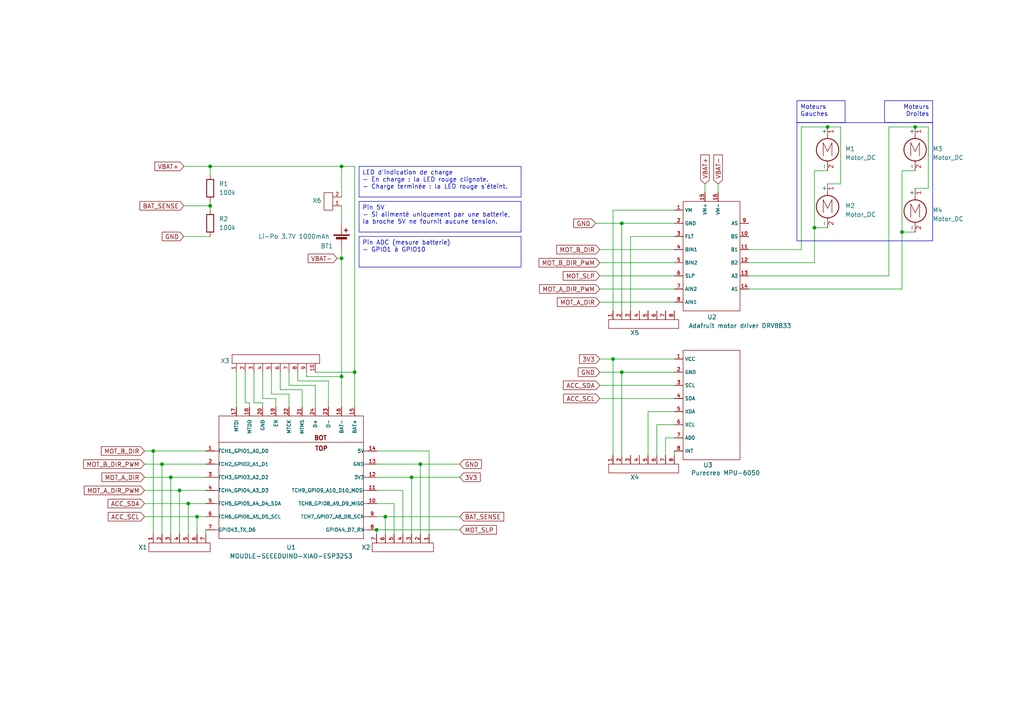
<source format=kicad_sch>
(kicad_sch (version 20250114) (generator "eeschema") (generator_version "9.0")
  (paper "A4")
  (lib_symbols
    (symbol "Device:Battery_Cell" (pin_numbers (hide yes)) (pin_names (offset 0) (hide yes))
      (property "Reference" "BT" (at 2.54 2.54 0))
      (property "Value" "Battery_Cell" (at 2.54 0 0))
      (symbol "Battery_Cell_0_1"
        (rectangle (start -2.286 1.778) (end 2.286 1.524) (fill (type outline)))
        (rectangle (start -1.524 1.016) (end 1.524 0.508) (fill (type outline)))
        (polyline (pts (xy 0 1.778) (xy 0 2.54)))
        (polyline (pts (xy 0 0.762) (xy 0 0)))
        (polyline (pts (xy 0.762 3.048) (xy 1.778 3.048)) (stroke (width 0.254)))
        (polyline (pts (xy 1.27 3.556) (xy 1.27 2.54)) (stroke (width 0.254)))
      )
      (symbol "Battery_Cell_1_1"
        (pin passive line (at 0 5.08 270) (length 2.54) (name "+") (number "1"))
        (pin passive line (at 0 -2.54 90) (length 2.54) (name "-") (number "2"))
      )
    )
    (symbol "Device:R" (pin_numbers (hide yes)) (pin_names (offset 0))
      (property "Reference" "R" (at 2.032 0 90))
      (property "Value" "R" (at 0 0 90))
      (symbol "R_0_1"
        (rectangle (start -1.016 -2.54) (end 1.016 2.54) (stroke (width 0.254)))
      )
      (symbol "R_1_1"
        (pin passive line (at 0 3.81 270) (length 1.27) (name "~") (number "1"))
        (pin passive line (at 0 -3.81 90) (length 1.27) (name "~") (number "2"))
      )
    )
    (symbol "MOUDLE-SEEEDUINO-XIAO-ESP32S3:MOUDLE-SEEEDUINO-XIAO-ESP32S3" (pin_names (offset 1.016))
      (property "Reference" "U" (at -21.082 -15.748 0))
      (property "Value" "MOUDLE-SEEEDUINO-XIAO-ESP32S3" (at -20.828 -18.288 0))
      (symbol "MOUDLE-SEEEDUINO-XIAO-ESP32S3_0_0"
        (polyline (pts (xy -21.59 21.59) (xy 20.32 21.59)) (stroke (width 0.1524)))
        (polyline (pts (xy -21.59 13.97) (xy 20.32 13.97)) (stroke (width 0.1524)))
        (polyline (pts (xy -21.59 11.43) (xy -22.86 11.43)) (stroke (width 0.1524)))
        (polyline (pts (xy -21.59 11.43) (xy -21.59 21.59)) (stroke (width 0.1524)))
        (polyline (pts (xy -21.59 7.62) (xy -22.86 7.62)) (stroke (width 0.1524)))
        (polyline (pts (xy -21.59 7.62) (xy -21.59 11.43)) (stroke (width 0.1524)))
        (polyline (pts (xy -21.59 3.81) (xy -22.86 3.81)) (stroke (width 0.1524)))
        (polyline (pts (xy -21.59 3.81) (xy -21.59 7.62)) (stroke (width 0.1524)))
        (polyline (pts (xy -21.59 0) (xy -22.86 0)) (stroke (width 0.1524)))
        (polyline (pts (xy -21.59 0) (xy -21.59 3.81)) (stroke (width 0.1524)))
        (polyline (pts (xy -21.59 -3.81) (xy -22.86 -3.81)) (stroke (width 0.1524)))
        (polyline (pts (xy -21.59 -7.62) (xy -22.86 -7.62)) (stroke (width 0.1524)))
        (polyline (pts (xy -21.59 -11.43) (xy -22.86 -11.43)) (stroke (width 0.1524)))
        (polyline (pts (xy -21.59 -13.97) (xy -21.59 0)) (stroke (width 0.1524)))
        (polyline (pts (xy 20.32 21.59) (xy 20.32 11.43)) (stroke (width 0.1524)))
        (polyline (pts (xy 20.32 11.43) (xy 20.32 7.62)) (stroke (width 0.1524)))
        (polyline (pts (xy 20.32 7.62) (xy 20.32 3.81)) (stroke (width 0.1524)))
        (polyline (pts (xy 20.32 3.81) (xy 20.32 -13.97)) (stroke (width 0.1524)))
        (polyline (pts (xy 20.32 -13.97) (xy -21.59 -13.97)) (stroke (width 0.1524)))
        (polyline (pts (xy 21.59 11.43) (xy 20.32 11.43)) (stroke (width 0.1524)))
        (polyline (pts (xy 21.59 7.62) (xy 20.32 7.62)) (stroke (width 0.1524)))
        (polyline (pts (xy 21.59 3.81) (xy 20.32 3.81)) (stroke (width 0.1524)))
        (polyline (pts (xy 21.59 0) (xy 20.32 0)) (stroke (width 0.1524)))
        (polyline (pts (xy 21.59 -3.81) (xy 20.32 -3.81)) (stroke (width 0.1524)))
        (polyline (pts (xy 21.59 -7.62) (xy 20.32 -7.62)) (stroke (width 0.1524)))
        (polyline (pts (xy 21.59 -11.43) (xy 20.32 -11.43)) (stroke (width 0.1524)))
        (pin bidirectional line (at 24.13 11.43 180) (length 2.54) (name "5V") (number "14"))
        (pin bidirectional line (at 24.13 7.62 180) (length 2.54) (name "GND") (number "13"))
        (pin bidirectional line (at 24.13 3.81 180) (length 2.54) (name "3V3") (number "12"))
      )
      (symbol "MOUDLE-SEEEDUINO-XIAO-ESP32S3_1_0"
        (pin bidirectional line (at -25.4 11.43 0) (length 2.54) (name "TCH1_GPIO1_A0_D0") (number "1"))
        (pin bidirectional line (at -25.4 7.62 0) (length 2.54) (name "TCH2_GPIO2_A1_D1") (number "2"))
        (pin bidirectional line (at -25.4 3.81 0) (length 2.54) (name "TCH3_GPIO3_A2_D2") (number "3"))
        (pin bidirectional line (at -25.4 0 0) (length 2.54) (name "TCH4_GPIO4_A3_D3") (number "4"))
        (pin bidirectional line (at -25.4 -3.81 0) (length 2.54) (name "TCH5_GPIO5_A4_D4_SDA") (number "5"))
        (pin bidirectional line (at -25.4 -7.62 0) (length 2.54) (name "TCH6_GPIO6_A5_D5_SCL") (number "6"))
        (pin bidirectional line (at -25.4 -11.43 0) (length 2.54) (name "GPIO43_TX_D6") (number "7"))
        (pin bidirectional line (at -16.51 24.13 270) (length 2.54) (name "MTDI") (number "17"))
        (pin bidirectional line (at -12.7 24.13 270) (length 2.54) (name "MTDO") (number "18"))
        (pin bidirectional line (at -8.89 24.13 270) (length 2.54) (name "GND") (number "20"))
        (pin bidirectional line (at -5.08 24.13 270) (length 2.54) (name "EN") (number "19"))
        (pin bidirectional line (at -1.27 24.13 270) (length 2.54) (name "MTCK") (number "22"))
        (pin bidirectional line (at 2.54 24.13 270) (length 2.54) (name "MTMS") (number "21"))
        (pin bidirectional line (at 6.35 24.13 270) (length 2.54) (name "D+") (number "24"))
        (pin bidirectional line (at 10.16 24.13 270) (length 2.54) (name "D-") (number "23"))
        (pin bidirectional line (at 13.97 24.13 270) (length 2.54) (name "BAT-") (number "16"))
        (pin bidirectional line (at 17.78 24.13 270) (length 2.54) (name "BAT+") (number "15"))
        (pin bidirectional line (at 24.13 0 180) (length 2.54) (name "TCH9_GPIO9_A10_D10_MOSI") (number "11"))
        (pin bidirectional line (at 24.13 -3.81 180) (length 2.54) (name "TCH8_GPIO8_A9_D9_MISO") (number "10"))
        (pin bidirectional line (at 24.13 -7.62 180) (length 2.54) (name "TCH7_GPIO7_A8_D8_SCK") (number "9"))
        (pin bidirectional line (at 24.13 -11.43 180) (length 2.54) (name "GPIO44_D7_RX") (number "8"))
      )
      (symbol "MOUDLE-SEEEDUINO-XIAO-ESP32S3_1_1"
        (text "BOT\n" (at 7.874 15.24 0) (effects (font (size 1.27 1.27) (thickness 0.254) (bold yes))))
        (text "TOP" (at 8.128 12.192 0) (effects (font (size 1.27 1.27) (thickness 0.254) (bold yes))))
      )
    )
    (symbol "Motor:Motor_DC" (pin_names (offset 0))
      (property "Reference" "M" (at 2.54 2.54 0))
      (property "Value" "Motor_DC" (at 2.54 -5.08 0))
      (symbol "Motor_DC_0_0"
        (polyline (pts (xy -1.27 -3.302) (xy -1.27 0.508) (xy 0 -2.032) (xy 1.27 0.508) (xy 1.27 -3.302)))
      )
      (symbol "Motor_DC_0_1"
        (polyline (pts (xy 0 2.032) (xy 0 2.54)))
        (polyline (pts (xy 0 1.7272) (xy 0 2.0828)))
        (circle (center 0 -1.524) (radius 3.2512) (stroke (width 0.254)))
        (polyline (pts (xy 0 -4.7752) (xy 0 -5.1816)))
        (polyline (pts (xy 0 -7.62) (xy 0 -7.112)))
      )
      (symbol "Motor_DC_1_1"
        (pin passive line (at 0 5.08 270) (length 2.54) (name "+") (number "1"))
        (pin passive line (at 0 -7.62 90) (length 2.54) (name "-") (number "2"))
      )
    )
    (symbol "adafruit_perso:Adafruit_motor_driver_DRV8833"
      (property "Reference" "U" (at 0.762 5.08 0))
      (property "Value" "Adafruit motor driver DRV8833" (at 8.636 -30.226 0))
      (symbol "Adafruit_motor_driver_DRV8833_0_1"
        (rectangle (start 0 3.81) (end 16.51 -27.94))
      )
      (symbol "Adafruit_motor_driver_DRV8833_1_0"
        (pin bidirectional line (at -2.54 1.27 0) (length 2.54) (name "VM") (number "1"))
        (pin bidirectional line (at -2.54 -2.54 0) (length 2.54) (name "GND") (number "2"))
        (pin bidirectional line (at -2.54 -6.35 0) (length 2.54) (name "FLT") (number "3"))
        (pin bidirectional line (at -2.54 -10.16 0) (length 2.54) (name "BIN1") (number "4"))
        (pin bidirectional line (at -2.54 -13.97 0) (length 2.54) (name "BIN2") (number "5"))
        (pin bidirectional line (at -2.54 -17.78 0) (length 2.54) (name "SLP") (number "6"))
        (pin bidirectional line (at -2.54 -21.59 0) (length 2.54) (name "AIN2") (number "7"))
        (pin bidirectional line (at -2.54 -25.4 0) (length 2.54) (name "AIN1") (number "8"))
        (pin bidirectional line (at 6.35 6.35 270) (length 2.54) (name "VM+") (number "15"))
        (pin bidirectional line (at 10.16 6.35 270) (length 2.54) (name "VM-") (number "16"))
        (pin bidirectional line (at 19.05 -2.54 180) (length 2.54) (name "AS") (number "9"))
        (pin bidirectional line (at 19.05 -6.35 180) (length 2.54) (name "BS") (number "10"))
        (pin bidirectional line (at 19.05 -10.16 180) (length 2.54) (name "B1") (number "11"))
        (pin bidirectional line (at 19.05 -13.97 180) (length 2.54) (name "B2") (number "12"))
        (pin bidirectional line (at 19.05 -17.78 180) (length 2.54) (name "A2") (number "13"))
        (pin bidirectional line (at 19.05 -21.59 180) (length 2.54) (name "A1") (number "14"))
      )
    )
    (symbol "adafruit_perso:pin_header_10"
      (property "Reference" "X" (at 0 0 0))
      (symbol "pin_header_10_0_1"
        (rectangle (start 0 -1.27) (end 2.54 -26.67))
      )
      (symbol "pin_header_10_1_0"
        (pin bidirectional line (at -2.54 -2.54 0) (length 2.54) (name "") (number "1"))
        (pin bidirectional line (at -2.54 -5.08 0) (length 2.54) (name "") (number "2"))
        (pin bidirectional line (at -2.54 -7.62 0) (length 2.54) (name "") (number "3"))
        (pin bidirectional line (at -2.54 -10.16 0) (length 2.54) (name "") (number "4"))
        (pin bidirectional line (at -2.54 -12.7 0) (length 2.54) (name "") (number "5"))
        (pin bidirectional line (at -2.54 -15.24 0) (length 2.54) (name "") (number "6"))
        (pin bidirectional line (at -2.54 -17.78 0) (length 2.54) (name "") (number "7"))
        (pin bidirectional line (at -2.54 -20.32 0) (length 2.54) (name "") (number "8"))
        (pin bidirectional line (at -2.54 -22.86 0) (length 2.54) (name "") (number "9"))
        (pin bidirectional line (at -2.54 -25.4 0) (length 2.54) (name "") (number "10"))
      )
    )
    (symbol "adafruit_perso:pin_header_2"
      (property "Reference" "X" (at 0 0 0))
      (symbol "pin_header_2_0_1"
        (rectangle (start 1.27 -1.27) (end 3.81 -6.35))
      )
      (symbol "pin_header_2_1_0"
        (pin bidirectional line (at -1.27 -2.54 0) (length 2.54) (name "") (number "1"))
        (pin bidirectional line (at -1.27 -5.08 0) (length 2.54) (name "") (number "2"))
      )
    )
    (symbol "adafruit_perso:pin_header_7"
      (property "Reference" "X" (at 0 0 0))
      (symbol "pin_header_7_0_1"
        (rectangle (start 0 -1.27) (end 2.54 -19.05))
      )
      (symbol "pin_header_7_1_0"
        (pin bidirectional line (at -2.54 -2.54 0) (length 2.54) (name "") (number "1"))
        (pin bidirectional line (at -2.54 -5.08 0) (length 2.54) (name "") (number "2"))
        (pin bidirectional line (at -2.54 -7.62 0) (length 2.54) (name "") (number "3"))
        (pin bidirectional line (at -2.54 -10.16 0) (length 2.54) (name "") (number "4"))
        (pin bidirectional line (at -2.54 -12.7 0) (length 2.54) (name "") (number "5"))
        (pin bidirectional line (at -2.54 -15.24 0) (length 2.54) (name "") (number "6"))
        (pin bidirectional line (at -2.54 -17.78 0) (length 2.54) (name "") (number "7"))
      )
    )
    (symbol "adafruit_perso:pin_header_8"
      (property "Reference" "X" (at 0 0 0))
      (symbol "pin_header_8_0_1"
        (rectangle (start 1.27 -1.27) (end 3.81 -21.59))
      )
      (symbol "pin_header_8_1_0"
        (pin bidirectional line (at -1.27 -2.54 0) (length 2.54) (name "") (number "1"))
        (pin bidirectional line (at -1.27 -5.08 0) (length 2.54) (name "") (number "2"))
        (pin bidirectional line (at -1.27 -7.62 0) (length 2.54) (name "") (number "3"))
        (pin bidirectional line (at -1.27 -10.16 0) (length 2.54) (name "") (number "4"))
        (pin bidirectional line (at -1.27 -12.7 0) (length 2.54) (name "") (number "5"))
        (pin bidirectional line (at -1.27 -15.24 0) (length 2.54) (name "") (number "6"))
        (pin bidirectional line (at -1.27 -17.78 0) (length 2.54) (name "") (number "7"))
        (pin bidirectional line (at -1.27 -20.32 0) (length 2.54) (name "") (number "8"))
      )
    )
    (symbol "purecrea_perso:Purecrea_MPU-6050"
      (property "Reference" "U" (at 6.858 -35.814 0))
      (property "Value" "Purecrea MPU-6050" (at 7.366 -38.608 0))
      (symbol "Purecrea_MPU-6050_0_1"
        (rectangle (start 0 -2.54) (end 16.51 -34.29))
      )
      (symbol "Purecrea_MPU-6050_1_0"
        (pin bidirectional line (at -2.54 -5.08 0) (length 2.54) (name "VCC") (number "1"))
        (pin bidirectional line (at -2.54 -8.89 0) (length 2.54) (name "GND") (number "2"))
        (pin bidirectional line (at -2.54 -12.7 0) (length 2.54) (name "SCL") (number "3"))
        (pin bidirectional line (at -2.54 -16.51 0) (length 2.54) (name "SDA") (number "4"))
        (pin bidirectional line (at -2.54 -20.32 0) (length 2.54) (name "XDA") (number "5"))
        (pin bidirectional line (at -2.54 -24.13 0) (length 2.54) (name "XCL") (number "6"))
        (pin bidirectional line (at -2.54 -27.94 0) (length 2.54) (name "AD0") (number "7"))
        (pin bidirectional line (at -2.54 -31.75 0) (length 2.54) (name "INT") (number "8"))
      )
    )
  )
  (rectangle (start 231.14 35.56) (end 270.51 69.85))
  (text_box "Pin ADC (mesure batterie)\n- GPIO1 à GPIO10" (at 104.14 68.58 0) (size 46.99 8.89) (margins 0.9525 0.9525 0.9525 0.9525) (effects (font (size 1.27 1.27)) (justify left top)))
  (text_box "LED d'indication de charge\n- En charge : la LED rouge clignote.\n- Charge terminée : la LED rouge s'éteint." (at 104.14 48.26 0) (size 46.99 8.89) (margins 0.9525 0.9525 0.9525 0.9525) (effects (font (size 1.27 1.27)) (justify left top)))
  (text_box "Pin 5V\n- Si alimenté uniquement par une batterie, la broche 5V ne fournit aucune tension." (at 104.14 58.42 0) (size 46.99 8.89) (margins 0.9525 0.9525 0.9525 0.9525) (effects (font (size 1.27 1.27)) (justify left top)))
  (text_box "Moteurs\nGauches" (at 231.14 29.21 0) (size 13.97 6.35) (margins 0.9525 0.9525 0.9525 0.9525) (effects (font (size 1.27 1.27)) (justify left top)))
  (text_box "Moteurs\nDroites" (at 256.54 29.21 0) (size 13.97 6.35) (margins 0.9525 0.9525 0.9525 0.9525) (effects (font (size 1.27 1.27)) (justify right top)))
  (junction (at 60.96 48.26))
  (junction (at 265.43 36.83))
  (junction (at 60.96 59.69))
  (junction (at 49.53 138.43))
  (junction (at 99.06 109.22))
  (junction (at 236.22 66.04))
  (junction (at 119.38 138.43))
  (junction (at 240.03 36.83))
  (junction (at 261.62 67.31))
  (junction (at 99.06 48.26))
  (junction (at 46.99 134.62))
  (junction (at 52.07 142.24))
  (junction (at 57.15 149.86))
  (junction (at 99.06 74.93))
  (junction (at 180.34 107.95))
  (junction (at 177.8 104.14))
  (junction (at 44.45 130.81))
  (junction (at 54.61 146.05))
  (junction (at 102.87 107.95))
  (junction (at 121.92 134.62))
  (junction (at 180.34 64.77))
  (junction (at 109.22 153.67))
  (junction (at 111.76 149.86))
  (wire (pts (xy 187.96 132.08) (xy 187.96 119.38)))
  (wire (pts (xy 236.22 66.04) (xy 240.03 66.04)))
  (wire (pts (xy 76.2 107.95) (xy 76.2 115.57)))
  (wire (pts (xy 57.15 149.86) (xy 59.69 149.86)))
  (wire (pts (xy 60.96 48.26) (xy 99.06 48.26)))
  (wire (pts (xy 133.35 149.86) (xy 111.76 149.86)))
  (wire (pts (xy 72.39 116.84) (xy 72.39 118.11)))
  (wire (pts (xy 265.43 67.31) (xy 261.62 67.31)))
  (wire (pts (xy 193.04 127) (xy 195.58 127)))
  (wire (pts (xy 261.62 49.53) (xy 265.43 49.53)))
  (wire (pts (xy 109.22 153.67) (xy 109.22 154.94)))
  (wire (pts (xy 52.07 142.24) (xy 52.07 154.94)))
  (wire (pts (xy 81.28 107.95) (xy 81.28 113.03)))
  (wire (pts (xy 173.99 83.82) (xy 195.58 83.82)))
  (wire (pts (xy 177.8 104.14) (xy 195.58 104.14)))
  (wire (pts (xy 41.91 134.62) (xy 46.99 134.62)))
  (wire (pts (xy 73.66 107.95) (xy 73.66 116.84)))
  (wire (pts (xy 99.06 74.93) (xy 99.06 109.22)))
  (wire (pts (xy 217.17 76.2) (xy 236.22 76.2)))
  (wire (pts (xy 261.62 83.82) (xy 261.62 67.31)))
  (wire (pts (xy 119.38 138.43) (xy 119.38 154.94)))
  (wire (pts (xy 59.69 154.94) (xy 59.69 153.67)))
  (wire (pts (xy 172.72 64.77) (xy 180.34 64.77)))
  (wire (pts (xy 83.82 114.3) (xy 83.82 118.11)))
  (wire (pts (xy 83.82 107.95) (xy 83.82 111.76)))
  (wire (pts (xy 88.9 109.22) (xy 99.06 109.22)))
  (wire (pts (xy 46.99 134.62) (xy 59.69 134.62)))
  (wire (pts (xy 240.03 36.83) (xy 232.41 36.83)))
  (wire (pts (xy 190.5 132.08) (xy 190.5 123.19)))
  (wire (pts (xy 124.46 130.81) (xy 109.22 130.81)))
  (wire (pts (xy 177.8 60.96) (xy 195.58 60.96)))
  (wire (pts (xy 73.66 116.84) (xy 76.2 116.84)))
  (wire (pts (xy 52.07 142.24) (xy 59.69 142.24)))
  (wire (pts (xy 71.12 107.95) (xy 71.12 116.84)))
  (wire (pts (xy 68.58 107.95) (xy 68.58 118.11)))
  (wire (pts (xy 81.28 113.03) (xy 87.63 113.03)))
  (wire (pts (xy 257.81 80.01) (xy 257.81 36.83)))
  (wire (pts (xy 265.43 54.61) (xy 269.24 54.61)))
  (wire (pts (xy 44.45 130.81) (xy 44.45 154.94)))
  (wire (pts (xy 177.8 60.96) (xy 177.8 90.17)))
  (wire (pts (xy 116.84 154.94) (xy 116.84 142.24)))
  (wire (pts (xy 173.99 72.39) (xy 195.58 72.39)))
  (wire (pts (xy 177.8 104.14) (xy 177.8 132.08)))
  (wire (pts (xy 88.9 107.95) (xy 88.9 109.22)))
  (wire (pts (xy 182.88 68.58) (xy 195.58 68.58)))
  (wire (pts (xy 111.76 149.86) (xy 109.22 149.86)))
  (wire (pts (xy 124.46 154.94) (xy 124.46 130.81)))
  (wire (pts (xy 232.41 36.83) (xy 232.41 72.39)))
  (wire (pts (xy 236.22 49.53) (xy 236.22 66.04)))
  (wire (pts (xy 53.34 48.26) (xy 60.96 48.26)))
  (wire (pts (xy 193.04 132.08) (xy 193.04 127)))
  (wire (pts (xy 111.76 149.86) (xy 111.76 154.94)))
  (wire (pts (xy 204.47 53.34) (xy 204.47 55.88)))
  (wire (pts (xy 240.03 53.34) (xy 243.84 53.34)))
  (wire (pts (xy 180.34 107.95) (xy 195.58 107.95)))
  (wire (pts (xy 57.15 149.86) (xy 57.15 154.94)))
  (wire (pts (xy 53.34 59.69) (xy 60.96 59.69)))
  (wire (pts (xy 195.58 130.81) (xy 195.58 132.08)))
  (wire (pts (xy 217.17 83.82) (xy 261.62 83.82)))
  (wire (pts (xy 83.82 111.76) (xy 91.44 111.76)))
  (wire (pts (xy 173.99 76.2) (xy 195.58 76.2)))
  (wire (pts (xy 173.99 87.63) (xy 195.58 87.63)))
  (wire (pts (xy 190.5 123.19) (xy 195.58 123.19)))
  (wire (pts (xy 91.44 111.76) (xy 91.44 118.11)))
  (wire (pts (xy 261.62 67.31) (xy 261.62 49.53)))
  (wire (pts (xy 269.24 54.61) (xy 269.24 36.83)))
  (wire (pts (xy 102.87 107.95) (xy 102.87 118.11)))
  (wire (pts (xy 41.91 142.24) (xy 52.07 142.24)))
  (wire (pts (xy 41.91 138.43) (xy 49.53 138.43)))
  (wire (pts (xy 99.06 109.22) (xy 99.06 118.11)))
  (wire (pts (xy 236.22 76.2) (xy 236.22 66.04)))
  (wire (pts (xy 114.3 154.94) (xy 114.3 146.05)))
  (wire (pts (xy 99.06 74.93) (xy 99.06 72.39)))
  (wire (pts (xy 180.34 107.95) (xy 180.34 132.08)))
  (wire (pts (xy 269.24 36.83) (xy 265.43 36.83)))
  (wire (pts (xy 173.99 115.57) (xy 195.58 115.57)))
  (wire (pts (xy 49.53 138.43) (xy 49.53 154.94)))
  (wire (pts (xy 133.35 138.43) (xy 119.38 138.43)))
  (wire (pts (xy 78.74 114.3) (xy 83.82 114.3)))
  (wire (pts (xy 46.99 134.62) (xy 46.99 154.94)))
  (wire (pts (xy 60.96 59.69) (xy 60.96 60.96)))
  (wire (pts (xy 182.88 90.17) (xy 182.88 68.58)))
  (wire (pts (xy 49.53 138.43) (xy 59.69 138.43)))
  (wire (pts (xy 86.36 110.49) (xy 95.25 110.49)))
  (wire (pts (xy 97.79 74.93) (xy 99.06 74.93)))
  (wire (pts (xy 78.74 107.95) (xy 78.74 114.3)))
  (wire (pts (xy 121.92 134.62) (xy 109.22 134.62)))
  (wire (pts (xy 71.12 116.84) (xy 72.39 116.84)))
  (wire (pts (xy 60.96 58.42) (xy 60.96 59.69)))
  (wire (pts (xy 53.34 68.58) (xy 60.96 68.58)))
  (wire (pts (xy 217.17 80.01) (xy 257.81 80.01)))
  (wire (pts (xy 116.84 142.24) (xy 109.22 142.24)))
  (wire (pts (xy 257.81 36.83) (xy 265.43 36.83)))
  (wire (pts (xy 87.63 113.03) (xy 87.63 118.11)))
  (wire (pts (xy 44.45 130.81) (xy 59.69 130.81)))
  (wire (pts (xy 208.28 53.34) (xy 208.28 55.88)))
  (wire (pts (xy 41.91 149.86) (xy 57.15 149.86)))
  (wire (pts (xy 180.34 64.77) (xy 195.58 64.77)))
  (wire (pts (xy 60.96 48.26) (xy 60.96 50.8)))
  (wire (pts (xy 41.91 130.81) (xy 44.45 130.81)))
  (wire (pts (xy 240.03 49.53) (xy 236.22 49.53)))
  (wire (pts (xy 76.2 115.57) (xy 80.01 115.57)))
  (wire (pts (xy 119.38 138.43) (xy 109.22 138.43)))
  (wire (pts (xy 173.99 107.95) (xy 180.34 107.95)))
  (wire (pts (xy 173.99 80.01) (xy 195.58 80.01)))
  (wire (pts (xy 99.06 59.69) (xy 99.06 64.77)))
  (wire (pts (xy 54.61 146.05) (xy 54.61 154.94)))
  (wire (pts (xy 187.96 119.38) (xy 195.58 119.38)))
  (wire (pts (xy 41.91 146.05) (xy 54.61 146.05)))
  (wire (pts (xy 243.84 53.34) (xy 243.84 36.83)))
  (wire (pts (xy 173.99 111.76) (xy 195.58 111.76)))
  (wire (pts (xy 121.92 134.62) (xy 121.92 154.94)))
  (wire (pts (xy 99.06 48.26) (xy 102.87 48.26)))
  (wire (pts (xy 133.35 153.67) (xy 109.22 153.67)))
  (wire (pts (xy 173.99 104.14) (xy 177.8 104.14)))
  (wire (pts (xy 133.35 134.62) (xy 121.92 134.62)))
  (wire (pts (xy 99.06 48.26) (xy 99.06 57.15)))
  (wire (pts (xy 232.41 72.39) (xy 217.17 72.39)))
  (wire (pts (xy 91.44 107.95) (xy 102.87 107.95)))
  (wire (pts (xy 102.87 48.26) (xy 102.87 107.95)))
  (wire (pts (xy 76.2 116.84) (xy 76.2 118.11)))
  (wire (pts (xy 180.34 64.77) (xy 180.34 90.17)))
  (wire (pts (xy 114.3 146.05) (xy 109.22 146.05)))
  (wire (pts (xy 86.36 107.95) (xy 86.36 110.49)))
  (wire (pts (xy 54.61 146.05) (xy 59.69 146.05)))
  (wire (pts (xy 80.01 115.57) (xy 80.01 118.11)))
  (wire (pts (xy 243.84 36.83) (xy 240.03 36.83)))
  (wire (pts (xy 95.25 110.49) (xy 95.25 118.11)))
  (global_label "GND" (shape input) (at 173.99 107.95 180) (property "Intersheetrefs" "${INTERSHEET_REFS}" (effects (hide yes))))
  (global_label "MOT_A_DIR_PWM" (shape input) (at 173.99 83.82 180) (property "Intersheetrefs" "${INTERSHEET_REFS}" (effects (hide yes))))
  (global_label "MOT_B_DIR" (shape input) (at 41.91 130.81 180) (property "Intersheetrefs" "${INTERSHEET_REFS}" (effects (hide yes))))
  (global_label "MOT_SLP" (shape input) (at 173.99 80.01 180) (property "Intersheetrefs" "${INTERSHEET_REFS}" (effects (hide yes))))
  (global_label "GND" (shape input) (at 133.35 134.62 0) (property "Intersheetrefs" "${INTERSHEET_REFS}" (effects (hide yes))))
  (global_label "MOT_A_DIR_PWM" (shape input) (at 41.91 142.24 180) (property "Intersheetrefs" "${INTERSHEET_REFS}" (effects (hide yes))))
  (global_label "VBAT+" (shape input) (at 204.47 53.34 90) (property "Intersheetrefs" "${INTERSHEET_REFS}" (effects (hide yes))))
  (global_label "3V3" (shape input) (at 173.99 104.14 180) (property "Intersheetrefs" "${INTERSHEET_REFS}" (effects (hide yes))))
  (global_label "MOT_B_DIR_PWM" (shape input) (at 173.99 76.2 180) (property "Intersheetrefs" "${INTERSHEET_REFS}" (effects (hide yes))))
  (global_label "ACC_SDA" (shape input) (at 41.91 146.05 180) (property "Intersheetrefs" "${INTERSHEET_REFS}" (effects (hide yes))))
  (global_label "ACC_SCL" (shape input) (at 173.99 115.57 180) (property "Intersheetrefs" "${INTERSHEET_REFS}" (effects (hide yes))))
  (global_label "VBAT+" (shape input) (at 53.34 48.26 180) (property "Intersheetrefs" "${INTERSHEET_REFS}" (effects (hide yes))))
  (global_label "BAT_SENSE" (shape input) (at 133.35 149.86 0) (property "Intersheetrefs" "${INTERSHEET_REFS}" (effects (hide yes))))
  (global_label "ACC_SDA" (shape input) (at 173.99 111.76 180) (property "Intersheetrefs" "${INTERSHEET_REFS}" (effects (hide yes))))
  (global_label "MOT_B_DIR_PWM" (shape input) (at 41.91 134.62 180) (property "Intersheetrefs" "${INTERSHEET_REFS}" (effects (hide yes))))
  (global_label "MOT_A_DIR" (shape input) (at 173.99 87.63 180) (property "Intersheetrefs" "${INTERSHEET_REFS}" (effects (hide yes))))
  (global_label "MOT_SLP" (shape input) (at 133.35 153.67 0) (property "Intersheetrefs" "${INTERSHEET_REFS}" (effects (hide yes))))
  (global_label "VBAT-" (shape input) (at 97.79 74.93 180) (property "Intersheetrefs" "${INTERSHEET_REFS}" (effects (hide yes))))
  (global_label "VBAT-" (shape input) (at 208.28 53.34 90) (property "Intersheetrefs" "${INTERSHEET_REFS}" (effects (hide yes))))
  (global_label "BAT_SENSE" (shape input) (at 53.34 59.69 180) (property "Intersheetrefs" "${INTERSHEET_REFS}" (effects (hide yes))))
  (global_label "GND" (shape input) (at 53.34 68.58 180) (property "Intersheetrefs" "${INTERSHEET_REFS}" (effects (hide yes))))
  (global_label "3V3" (shape input) (at 133.35 138.43 0) (property "Intersheetrefs" "${INTERSHEET_REFS}" (effects (hide yes))))
  (global_label "ACC_SCL" (shape input) (at 41.91 149.86 180) (property "Intersheetrefs" "${INTERSHEET_REFS}" (effects (hide yes))))
  (global_label "MOT_A_DIR" (shape input) (at 41.91 138.43 180) (property "Intersheetrefs" "${INTERSHEET_REFS}" (effects (hide yes))))
  (global_label "GND" (shape input) (at 172.72 64.77 180) (property "Intersheetrefs" "${INTERSHEET_REFS}" (effects (hide yes))))
  (global_label "MOT_B_DIR" (shape input) (at 173.99 72.39 180) (property "Intersheetrefs" "${INTERSHEET_REFS}" (effects (hide yes))))
  (symbol (lib_id "purecrea_perso:Purecrea_MPU-6050") (at 198.12 99.06 0) (unit 1)
    (property "Reference" "U3" (at 203.962 134.874 0) (effects (justify left)))
    (property "Value" "Purecrea MPU-6050" (at 200.406 137.16 0) (effects (justify left)))
    (property "Footprint" "adafruit_drv8833:pucrea_mpu_6050" (effects (hide yes)))
  )
  (symbol (lib_id "Motor:Motor_DC") (at 265.43 59.69 0) (unit 1)
    (property "Reference" "M4" (at 270.51 60.9599 0) (effects (justify left)))
    (property "Value" "Motor_DC" (at 270.51 63.4999 0) (effects (justify left)))
    (property "Footprint" "Connector_JST:JST_PH_B2B-PH-K_1x02_P2.00mm_Vertical" (effects (hide yes)))
    (property "Description" "DC Motor" (effects (hide yes)))
  )
  (symbol (lib_id "adafruit_perso:pin_header_7") (at 41.91 157.48 90) (mirror x) (unit 1)
    (property "Reference" "X1" (at 41.402 158.75 90))
    (property "Footprint" "pin_header:PinHeader_1x07_P2.54mm_Vertical" (effects (hide yes)))
  )
  (symbol (lib_id "Motor:Motor_DC") (at 240.03 41.91 0) (unit 1)
    (property "Reference" "M1" (at 245.11 43.1799 0) (effects (justify left)))
    (property "Value" "Motor_DC" (at 245.11 45.7199 0) (effects (justify left)))
    (property "Footprint" "Connector_JST:JST_PH_B2B-PH-K_1x02_P2.00mm_Vertical" (effects (hide yes)))
    (property "Description" "DC Motor" (effects (hide yes)))
  )
  (symbol (lib_id "adafruit_perso:pin_header_8") (at 175.26 133.35 90) (mirror x) (unit 1)
    (property "Reference" "X4" (at 185.4199 138.43 90) (effects (justify left)))
    (property "Footprint" "pin_header:PinHeader_1x08_P2.54mm_Vertical" (effects (hide yes)))
  )
  (symbol (lib_id "Device:R") (at 60.96 54.61 0) (unit 1)
    (property "Reference" "R1" (at 63.5 53.3399 0) (effects (justify left)))
    (property "Value" "100k" (at 63.5 55.8799 0) (effects (justify left)))
    (property "Footprint" "Resistor_THT:R_Axial_DIN0309_L9.0mm_D3.2mm_P15.24mm_Horizontal" (effects (hide yes)))
    (property "Description" "Resistor" (effects (hide yes)))
  )
  (symbol (lib_id "Motor:Motor_DC") (at 240.03 58.42 0) (unit 1)
    (property "Reference" "M2" (at 245.11 59.6899 0) (effects (justify left)))
    (property "Value" "Motor_DC" (at 245.11 62.2299 0) (effects (justify left)))
    (property "Footprint" "Connector_JST:JST_PH_B2B-PH-K_1x02_P2.00mm_Vertical" (effects (hide yes)))
    (property "Description" "DC Motor" (effects (hide yes)))
  )
  (symbol (lib_id "Device:Battery_Cell") (at 99.06 69.85 0) (unit 1)
    (property "Reference" "BT1" (at 92.964 71.374 0) (effects (justify left)))
    (property "Value" "Li-Po 3.7 V 1000 mAh" (at 74.93 68.58 0) (effects (justify left)))
    (property "Footprint" "Connector_JST:JST_PH_B2B-PH-K_1x02_P2.00mm_Vertical" (effects (hide yes)))
    (property "Description" "Single-cell battery" (effects (hide yes)))
  )
  (symbol (lib_id "MOUDLE-SEEEDUINO-XIAO-ESP32S3:MOUDLE-SEEEDUINO-XIAO-ESP32S3") (at 85.09 142.24 0) (unit 1)
    (property "Reference" "U1" (at 84.455 158.75 0))
    (property "Value" "MOUDLE-SEEEDUINO-XIAO-ESP32S3" (at 84.455 161.29 0))
    (property "Footprint" "adafruit_drv8833:esp32s3_sense_module" (effects (hide yes)))
  )
  (symbol (lib_id "adafruit_perso:pin_header_2") (at 97.79 62.23 180) (unit 1)
    (property "Reference" "X6" (at 91.948 58.166 0))
    (property "Footprint" "pin_header:PinHeader_1x02_P2.54mm_Vertical" (effects (hide yes)))
  )
  (symbol (lib_id "adafruit_perso:pin_header_10") (at 66.04 105.41 90) (unit 1)
    (property "Reference" "X3" (at 65.278 104.648 90))
    (property "Footprint" "pin_header:PinHeader_1x10_P2.54mm_Vertical" (effects (hide yes)))
  )
  (symbol (lib_id "Device:R") (at 60.96 64.77 0) (unit 1)
    (property "Reference" "R2" (at 63.5 63.4999 0) (effects (justify left)))
    (property "Value" "100k" (at 63.5 66.0399 0) (effects (justify left)))
    (property "Footprint" "Resistor_THT:R_Axial_DIN0309_L9.0mm_D3.2mm_P15.24mm_Horizontal" (effects (hide yes)))
    (property "Description" "Resistor" (effects (hide yes)))
  )
  (symbol (lib_id "adafruit_perso:Adafruit_motor_driver_DRV8833") (at 198.12 62.23 0) (unit 1)
    (property "Reference" "U2" (at 206.502 91.948 0))
    (property "Value" "Adafruit motor driver DRV8833" (at 214.63 94.488 0))
    (property "Footprint" "adafruit_drv8833:adafruit_drv8833" (effects (hide yes)))
  )
  (symbol (lib_id "adafruit_perso:pin_header_8") (at 175.26 91.44 90) (mirror x) (unit 1)
    (property "Reference" "X5" (at 185.4199 96.52 90) (effects (justify left)))
    (property "Footprint" "pin_header:PinHeader_1x08_P2.54mm_Vertical" (effects (hide yes)))
  )
  (symbol (lib_id "Motor:Motor_DC") (at 265.43 41.91 0) (unit 1)
    (property "Reference" "M3" (at 270.51 43.1799 0) (effects (justify left)))
    (property "Value" "Motor_DC" (at 270.51 45.7199 0) (effects (justify left)))
    (property "Footprint" "Connector_JST:JST_PH_B2B-PH-K_1x02_P2.00mm_Vertical" (effects (hide yes)))
    (property "Description" "DC Motor" (effects (hide yes)))
  )
  (symbol (lib_id "adafruit_perso:pin_header_7") (at 127 157.48 270) (unit 1)
    (property "Reference" "X2" (at 106.172 158.75 90))
    (property "Footprint" "pin_header:PinHeader_1x07_P2.54mm_Vertical" (effects (hide yes)))
  )
)
</source>
